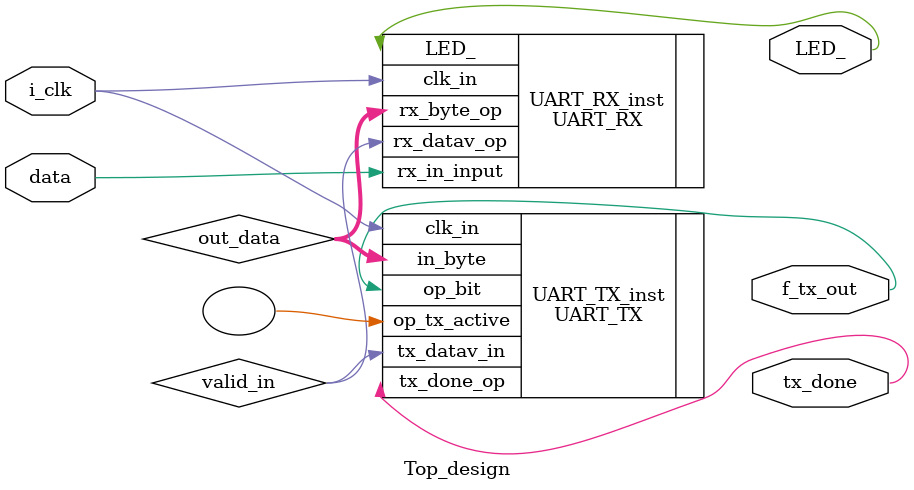
<source format=v>

module Top_design (
input i_clk,
input data, 
output f_tx_out,
output tx_done,
output LED_
);

wire valid_in;
wire [7:0] out_data;


UART_RX 
 UART_RX_inst (
   .clk_in (i_clk),
   .rx_in_input (data),
   .rx_datav_op (valid_in),
   .rx_byte_op (out_data),
   .LED_(LED_)
   );
   
UART_TX
UART_TX_inst  (
   .clk_in (i_clk),
   .tx_datav_in (valid_in),
   .in_byte (out_data), 
   .op_tx_active (),
   .op_bit (f_tx_out),
   .tx_done_op (tx_done)
   );

endmodule

</source>
